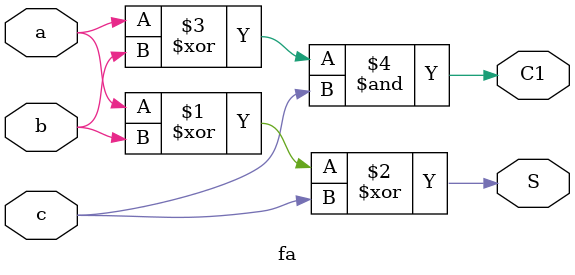
<source format=v>
module fa(
	input a,
	input b,
	input c,
	output S,
	output C1
);
	assign S=(a^b)^c;
	assign C1=(a^b)&c;
endmodule

</source>
